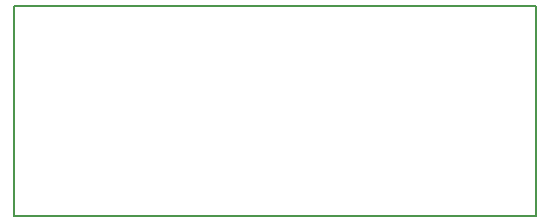
<source format=gm1>
G04 #@! TF.FileFunction,Profile,NP*
%FSLAX46Y46*%
G04 Gerber Fmt 4.6, Leading zero omitted, Abs format (unit mm)*
G04 Created by KiCad (PCBNEW 4.0.1-stable) date Tuesday, March 29, 2016 'AMt' 12:53:49 AM*
%MOMM*%
G01*
G04 APERTURE LIST*
%ADD10C,0.100000*%
%ADD11C,0.150000*%
G04 APERTURE END LIST*
D10*
D11*
X162052000Y-93472000D02*
X162052000Y-94488000D01*
X117856000Y-93472000D02*
X162052000Y-93472000D01*
X117856000Y-111252000D02*
X117856000Y-93472000D01*
X162052000Y-111252000D02*
X117856000Y-111252000D01*
X162052000Y-94488000D02*
X162052000Y-111252000D01*
M02*

</source>
